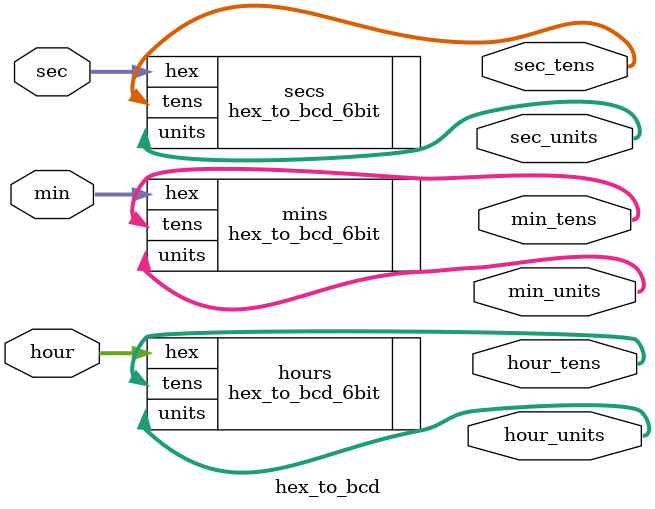
<source format=v>
module hex_to_bcd (
    input  [5:0] sec, min, hour,
    output [3:0] sec_tens, sec_units,
    output [3:0] min_tens, min_units,
    output [3:0] hour_tens, hour_units
);
    hex_to_bcd_6bit secs  (.hex(sec),  .tens(sec_tens),  .units(sec_units));
    hex_to_bcd_6bit mins  (.hex(min),  .tens(min_tens),  .units(min_units));
    hex_to_bcd_6bit hours (.hex(hour), .tens(hour_tens), .units(hour_units));

endmodule
</source>
